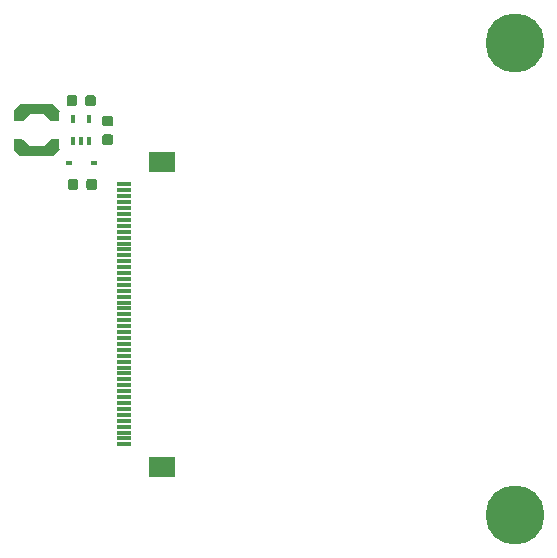
<source format=gtp>
G04 #@! TF.GenerationSoftware,KiCad,Pcbnew,(5.1.0)-1*
G04 #@! TF.CreationDate,2019-05-27T21:22:36+02:00*
G04 #@! TF.ProjectId,TFT-Interface,5446542d-496e-4746-9572-666163652e6b,rev?*
G04 #@! TF.SameCoordinates,Original*
G04 #@! TF.FileFunction,Paste,Top*
G04 #@! TF.FilePolarity,Positive*
%FSLAX46Y46*%
G04 Gerber Fmt 4.6, Leading zero omitted, Abs format (unit mm)*
G04 Created by KiCad (PCBNEW (5.1.0)-1) date 2019-05-27 21:22:36*
%MOMM*%
%LPD*%
G04 APERTURE LIST*
%ADD10C,0.100000*%
%ADD11C,0.875000*%
%ADD12R,2.790000X0.870000*%
%ADD13R,0.775000X0.890000*%
%ADD14C,0.500000*%
%ADD15R,0.400000X0.650000*%
%ADD16R,0.600000X0.450000*%
%ADD17R,1.300000X0.300000*%
%ADD18R,2.200000X1.800000*%
%ADD19C,5.000000*%
G04 APERTURE END LIST*
D10*
G36*
X187102691Y-81526053D02*
G01*
X187123926Y-81529203D01*
X187144750Y-81534419D01*
X187164962Y-81541651D01*
X187184368Y-81550830D01*
X187202781Y-81561866D01*
X187220024Y-81574654D01*
X187235930Y-81589070D01*
X187250346Y-81604976D01*
X187263134Y-81622219D01*
X187274170Y-81640632D01*
X187283349Y-81660038D01*
X187290581Y-81680250D01*
X187295797Y-81701074D01*
X187298947Y-81722309D01*
X187300000Y-81743750D01*
X187300000Y-82256250D01*
X187298947Y-82277691D01*
X187295797Y-82298926D01*
X187290581Y-82319750D01*
X187283349Y-82339962D01*
X187274170Y-82359368D01*
X187263134Y-82377781D01*
X187250346Y-82395024D01*
X187235930Y-82410930D01*
X187220024Y-82425346D01*
X187202781Y-82438134D01*
X187184368Y-82449170D01*
X187164962Y-82458349D01*
X187144750Y-82465581D01*
X187123926Y-82470797D01*
X187102691Y-82473947D01*
X187081250Y-82475000D01*
X186643750Y-82475000D01*
X186622309Y-82473947D01*
X186601074Y-82470797D01*
X186580250Y-82465581D01*
X186560038Y-82458349D01*
X186540632Y-82449170D01*
X186522219Y-82438134D01*
X186504976Y-82425346D01*
X186489070Y-82410930D01*
X186474654Y-82395024D01*
X186461866Y-82377781D01*
X186450830Y-82359368D01*
X186441651Y-82339962D01*
X186434419Y-82319750D01*
X186429203Y-82298926D01*
X186426053Y-82277691D01*
X186425000Y-82256250D01*
X186425000Y-81743750D01*
X186426053Y-81722309D01*
X186429203Y-81701074D01*
X186434419Y-81680250D01*
X186441651Y-81660038D01*
X186450830Y-81640632D01*
X186461866Y-81622219D01*
X186474654Y-81604976D01*
X186489070Y-81589070D01*
X186504976Y-81574654D01*
X186522219Y-81561866D01*
X186540632Y-81550830D01*
X186560038Y-81541651D01*
X186580250Y-81534419D01*
X186601074Y-81529203D01*
X186622309Y-81526053D01*
X186643750Y-81525000D01*
X187081250Y-81525000D01*
X187102691Y-81526053D01*
X187102691Y-81526053D01*
G37*
D11*
X186862500Y-82000000D03*
D10*
G36*
X188677691Y-81526053D02*
G01*
X188698926Y-81529203D01*
X188719750Y-81534419D01*
X188739962Y-81541651D01*
X188759368Y-81550830D01*
X188777781Y-81561866D01*
X188795024Y-81574654D01*
X188810930Y-81589070D01*
X188825346Y-81604976D01*
X188838134Y-81622219D01*
X188849170Y-81640632D01*
X188858349Y-81660038D01*
X188865581Y-81680250D01*
X188870797Y-81701074D01*
X188873947Y-81722309D01*
X188875000Y-81743750D01*
X188875000Y-82256250D01*
X188873947Y-82277691D01*
X188870797Y-82298926D01*
X188865581Y-82319750D01*
X188858349Y-82339962D01*
X188849170Y-82359368D01*
X188838134Y-82377781D01*
X188825346Y-82395024D01*
X188810930Y-82410930D01*
X188795024Y-82425346D01*
X188777781Y-82438134D01*
X188759368Y-82449170D01*
X188739962Y-82458349D01*
X188719750Y-82465581D01*
X188698926Y-82470797D01*
X188677691Y-82473947D01*
X188656250Y-82475000D01*
X188218750Y-82475000D01*
X188197309Y-82473947D01*
X188176074Y-82470797D01*
X188155250Y-82465581D01*
X188135038Y-82458349D01*
X188115632Y-82449170D01*
X188097219Y-82438134D01*
X188079976Y-82425346D01*
X188064070Y-82410930D01*
X188049654Y-82395024D01*
X188036866Y-82377781D01*
X188025830Y-82359368D01*
X188016651Y-82339962D01*
X188009419Y-82319750D01*
X188004203Y-82298926D01*
X188001053Y-82277691D01*
X188000000Y-82256250D01*
X188000000Y-81743750D01*
X188001053Y-81722309D01*
X188004203Y-81701074D01*
X188009419Y-81680250D01*
X188016651Y-81660038D01*
X188025830Y-81640632D01*
X188036866Y-81622219D01*
X188049654Y-81604976D01*
X188064070Y-81589070D01*
X188079976Y-81574654D01*
X188097219Y-81561866D01*
X188115632Y-81550830D01*
X188135038Y-81541651D01*
X188155250Y-81534419D01*
X188176074Y-81529203D01*
X188197309Y-81526053D01*
X188218750Y-81525000D01*
X188656250Y-81525000D01*
X188677691Y-81526053D01*
X188677691Y-81526053D01*
G37*
D11*
X188437500Y-82000000D03*
D12*
X183800000Y-79175000D03*
D13*
X182242500Y-78605000D03*
D14*
X182752500Y-78629000D03*
D10*
G36*
X182629733Y-78159885D02*
G01*
X183224474Y-78740268D01*
X182875267Y-79098115D01*
X182280526Y-78517732D01*
X182629733Y-78159885D01*
X182629733Y-78159885D01*
G37*
D14*
X182307000Y-79153500D03*
D10*
G36*
X182208804Y-78696895D02*
G01*
X182761821Y-79259650D01*
X182405196Y-79610105D01*
X181852179Y-79047350D01*
X182208804Y-78696895D01*
X182208804Y-78696895D01*
G37*
D14*
X185293000Y-79153500D03*
D10*
G36*
X184838179Y-79259650D02*
G01*
X185391196Y-78696895D01*
X185747821Y-79047350D01*
X185194804Y-79610105D01*
X184838179Y-79259650D01*
X184838179Y-79259650D01*
G37*
D13*
X185357500Y-78605000D03*
D14*
X184847500Y-78629000D03*
D10*
G36*
X184375526Y-78740268D02*
G01*
X184970267Y-78159885D01*
X185319474Y-78517732D01*
X184724733Y-79098115D01*
X184375526Y-78740268D01*
X184375526Y-78740268D01*
G37*
D12*
X183800000Y-75645000D03*
D13*
X182242500Y-76215000D03*
D14*
X182752500Y-76191000D03*
D10*
G36*
X182280526Y-76302268D02*
G01*
X182875267Y-75721885D01*
X183224474Y-76079732D01*
X182629733Y-76660115D01*
X182280526Y-76302268D01*
X182280526Y-76302268D01*
G37*
D14*
X182307000Y-75666500D03*
D10*
G36*
X181852179Y-75772650D02*
G01*
X182405196Y-75209895D01*
X182761821Y-75560350D01*
X182208804Y-76123105D01*
X181852179Y-75772650D01*
X181852179Y-75772650D01*
G37*
D13*
X185357500Y-76215000D03*
D14*
X184847500Y-76191000D03*
D10*
G36*
X184724733Y-75721885D02*
G01*
X185319474Y-76302268D01*
X184970267Y-76660115D01*
X184375526Y-76079732D01*
X184724733Y-75721885D01*
X184724733Y-75721885D01*
G37*
D14*
X185293000Y-75666500D03*
D10*
G36*
X185194804Y-75209895D02*
G01*
X185747821Y-75772650D01*
X185391196Y-76123105D01*
X184838179Y-75560350D01*
X185194804Y-75209895D01*
X185194804Y-75209895D01*
G37*
D15*
X186900000Y-78360000D03*
X188200000Y-78360000D03*
X187550000Y-78360000D03*
X188200000Y-76460000D03*
X186900000Y-76460000D03*
D16*
X188648000Y-80156000D03*
X186548000Y-80156000D03*
D10*
G36*
X187002691Y-74436053D02*
G01*
X187023926Y-74439203D01*
X187044750Y-74444419D01*
X187064962Y-74451651D01*
X187084368Y-74460830D01*
X187102781Y-74471866D01*
X187120024Y-74484654D01*
X187135930Y-74499070D01*
X187150346Y-74514976D01*
X187163134Y-74532219D01*
X187174170Y-74550632D01*
X187183349Y-74570038D01*
X187190581Y-74590250D01*
X187195797Y-74611074D01*
X187198947Y-74632309D01*
X187200000Y-74653750D01*
X187200000Y-75166250D01*
X187198947Y-75187691D01*
X187195797Y-75208926D01*
X187190581Y-75229750D01*
X187183349Y-75249962D01*
X187174170Y-75269368D01*
X187163134Y-75287781D01*
X187150346Y-75305024D01*
X187135930Y-75320930D01*
X187120024Y-75335346D01*
X187102781Y-75348134D01*
X187084368Y-75359170D01*
X187064962Y-75368349D01*
X187044750Y-75375581D01*
X187023926Y-75380797D01*
X187002691Y-75383947D01*
X186981250Y-75385000D01*
X186543750Y-75385000D01*
X186522309Y-75383947D01*
X186501074Y-75380797D01*
X186480250Y-75375581D01*
X186460038Y-75368349D01*
X186440632Y-75359170D01*
X186422219Y-75348134D01*
X186404976Y-75335346D01*
X186389070Y-75320930D01*
X186374654Y-75305024D01*
X186361866Y-75287781D01*
X186350830Y-75269368D01*
X186341651Y-75249962D01*
X186334419Y-75229750D01*
X186329203Y-75208926D01*
X186326053Y-75187691D01*
X186325000Y-75166250D01*
X186325000Y-74653750D01*
X186326053Y-74632309D01*
X186329203Y-74611074D01*
X186334419Y-74590250D01*
X186341651Y-74570038D01*
X186350830Y-74550632D01*
X186361866Y-74532219D01*
X186374654Y-74514976D01*
X186389070Y-74499070D01*
X186404976Y-74484654D01*
X186422219Y-74471866D01*
X186440632Y-74460830D01*
X186460038Y-74451651D01*
X186480250Y-74444419D01*
X186501074Y-74439203D01*
X186522309Y-74436053D01*
X186543750Y-74435000D01*
X186981250Y-74435000D01*
X187002691Y-74436053D01*
X187002691Y-74436053D01*
G37*
D11*
X186762500Y-74910000D03*
D10*
G36*
X188577691Y-74436053D02*
G01*
X188598926Y-74439203D01*
X188619750Y-74444419D01*
X188639962Y-74451651D01*
X188659368Y-74460830D01*
X188677781Y-74471866D01*
X188695024Y-74484654D01*
X188710930Y-74499070D01*
X188725346Y-74514976D01*
X188738134Y-74532219D01*
X188749170Y-74550632D01*
X188758349Y-74570038D01*
X188765581Y-74590250D01*
X188770797Y-74611074D01*
X188773947Y-74632309D01*
X188775000Y-74653750D01*
X188775000Y-75166250D01*
X188773947Y-75187691D01*
X188770797Y-75208926D01*
X188765581Y-75229750D01*
X188758349Y-75249962D01*
X188749170Y-75269368D01*
X188738134Y-75287781D01*
X188725346Y-75305024D01*
X188710930Y-75320930D01*
X188695024Y-75335346D01*
X188677781Y-75348134D01*
X188659368Y-75359170D01*
X188639962Y-75368349D01*
X188619750Y-75375581D01*
X188598926Y-75380797D01*
X188577691Y-75383947D01*
X188556250Y-75385000D01*
X188118750Y-75385000D01*
X188097309Y-75383947D01*
X188076074Y-75380797D01*
X188055250Y-75375581D01*
X188035038Y-75368349D01*
X188015632Y-75359170D01*
X187997219Y-75348134D01*
X187979976Y-75335346D01*
X187964070Y-75320930D01*
X187949654Y-75305024D01*
X187936866Y-75287781D01*
X187925830Y-75269368D01*
X187916651Y-75249962D01*
X187909419Y-75229750D01*
X187904203Y-75208926D01*
X187901053Y-75187691D01*
X187900000Y-75166250D01*
X187900000Y-74653750D01*
X187901053Y-74632309D01*
X187904203Y-74611074D01*
X187909419Y-74590250D01*
X187916651Y-74570038D01*
X187925830Y-74550632D01*
X187936866Y-74532219D01*
X187949654Y-74514976D01*
X187964070Y-74499070D01*
X187979976Y-74484654D01*
X187997219Y-74471866D01*
X188015632Y-74460830D01*
X188035038Y-74451651D01*
X188055250Y-74444419D01*
X188076074Y-74439203D01*
X188097309Y-74436053D01*
X188118750Y-74435000D01*
X188556250Y-74435000D01*
X188577691Y-74436053D01*
X188577691Y-74436053D01*
G37*
D11*
X188337500Y-74910000D03*
D17*
X191150000Y-82000000D03*
X191150000Y-82500000D03*
X191150000Y-83000000D03*
X191150000Y-83500000D03*
X191150000Y-84000000D03*
X191150000Y-84500000D03*
X191150000Y-85000000D03*
X191150000Y-85500000D03*
X191150000Y-86000000D03*
X191150000Y-86500000D03*
X191150000Y-87000000D03*
X191150000Y-87500000D03*
X191150000Y-88000000D03*
X191150000Y-88500000D03*
X191150000Y-89000000D03*
X191150000Y-89500000D03*
X191150000Y-90000000D03*
X191150000Y-90500000D03*
X191150000Y-91000000D03*
X191150000Y-91500000D03*
X191150000Y-92000000D03*
X191150000Y-92500000D03*
X191150000Y-93000000D03*
X191150000Y-93500000D03*
X191150000Y-94000000D03*
X191150000Y-94500000D03*
X191150000Y-95000000D03*
X191150000Y-95500000D03*
X191150000Y-96000000D03*
X191150000Y-96500000D03*
X191150000Y-97000000D03*
X191150000Y-97500000D03*
X191150000Y-98000000D03*
X191150000Y-98500000D03*
X191150000Y-99000000D03*
X191150000Y-99500000D03*
X191150000Y-100000000D03*
X191150000Y-100500000D03*
X191150000Y-101000000D03*
X191150000Y-101500000D03*
X191150000Y-102000000D03*
X191150000Y-102500000D03*
X191150000Y-103000000D03*
X191150000Y-103500000D03*
X191150000Y-104000000D03*
D18*
X194400000Y-105900000D03*
X194400000Y-80100000D03*
D10*
G36*
X190077691Y-77761053D02*
G01*
X190098926Y-77764203D01*
X190119750Y-77769419D01*
X190139962Y-77776651D01*
X190159368Y-77785830D01*
X190177781Y-77796866D01*
X190195024Y-77809654D01*
X190210930Y-77824070D01*
X190225346Y-77839976D01*
X190238134Y-77857219D01*
X190249170Y-77875632D01*
X190258349Y-77895038D01*
X190265581Y-77915250D01*
X190270797Y-77936074D01*
X190273947Y-77957309D01*
X190275000Y-77978750D01*
X190275000Y-78416250D01*
X190273947Y-78437691D01*
X190270797Y-78458926D01*
X190265581Y-78479750D01*
X190258349Y-78499962D01*
X190249170Y-78519368D01*
X190238134Y-78537781D01*
X190225346Y-78555024D01*
X190210930Y-78570930D01*
X190195024Y-78585346D01*
X190177781Y-78598134D01*
X190159368Y-78609170D01*
X190139962Y-78618349D01*
X190119750Y-78625581D01*
X190098926Y-78630797D01*
X190077691Y-78633947D01*
X190056250Y-78635000D01*
X189543750Y-78635000D01*
X189522309Y-78633947D01*
X189501074Y-78630797D01*
X189480250Y-78625581D01*
X189460038Y-78618349D01*
X189440632Y-78609170D01*
X189422219Y-78598134D01*
X189404976Y-78585346D01*
X189389070Y-78570930D01*
X189374654Y-78555024D01*
X189361866Y-78537781D01*
X189350830Y-78519368D01*
X189341651Y-78499962D01*
X189334419Y-78479750D01*
X189329203Y-78458926D01*
X189326053Y-78437691D01*
X189325000Y-78416250D01*
X189325000Y-77978750D01*
X189326053Y-77957309D01*
X189329203Y-77936074D01*
X189334419Y-77915250D01*
X189341651Y-77895038D01*
X189350830Y-77875632D01*
X189361866Y-77857219D01*
X189374654Y-77839976D01*
X189389070Y-77824070D01*
X189404976Y-77809654D01*
X189422219Y-77796866D01*
X189440632Y-77785830D01*
X189460038Y-77776651D01*
X189480250Y-77769419D01*
X189501074Y-77764203D01*
X189522309Y-77761053D01*
X189543750Y-77760000D01*
X190056250Y-77760000D01*
X190077691Y-77761053D01*
X190077691Y-77761053D01*
G37*
D11*
X189800000Y-78197500D03*
D10*
G36*
X190077691Y-76186053D02*
G01*
X190098926Y-76189203D01*
X190119750Y-76194419D01*
X190139962Y-76201651D01*
X190159368Y-76210830D01*
X190177781Y-76221866D01*
X190195024Y-76234654D01*
X190210930Y-76249070D01*
X190225346Y-76264976D01*
X190238134Y-76282219D01*
X190249170Y-76300632D01*
X190258349Y-76320038D01*
X190265581Y-76340250D01*
X190270797Y-76361074D01*
X190273947Y-76382309D01*
X190275000Y-76403750D01*
X190275000Y-76841250D01*
X190273947Y-76862691D01*
X190270797Y-76883926D01*
X190265581Y-76904750D01*
X190258349Y-76924962D01*
X190249170Y-76944368D01*
X190238134Y-76962781D01*
X190225346Y-76980024D01*
X190210930Y-76995930D01*
X190195024Y-77010346D01*
X190177781Y-77023134D01*
X190159368Y-77034170D01*
X190139962Y-77043349D01*
X190119750Y-77050581D01*
X190098926Y-77055797D01*
X190077691Y-77058947D01*
X190056250Y-77060000D01*
X189543750Y-77060000D01*
X189522309Y-77058947D01*
X189501074Y-77055797D01*
X189480250Y-77050581D01*
X189460038Y-77043349D01*
X189440632Y-77034170D01*
X189422219Y-77023134D01*
X189404976Y-77010346D01*
X189389070Y-76995930D01*
X189374654Y-76980024D01*
X189361866Y-76962781D01*
X189350830Y-76944368D01*
X189341651Y-76924962D01*
X189334419Y-76904750D01*
X189329203Y-76883926D01*
X189326053Y-76862691D01*
X189325000Y-76841250D01*
X189325000Y-76403750D01*
X189326053Y-76382309D01*
X189329203Y-76361074D01*
X189334419Y-76340250D01*
X189341651Y-76320038D01*
X189350830Y-76300632D01*
X189361866Y-76282219D01*
X189374654Y-76264976D01*
X189389070Y-76249070D01*
X189404976Y-76234654D01*
X189422219Y-76221866D01*
X189440632Y-76210830D01*
X189460038Y-76201651D01*
X189480250Y-76194419D01*
X189501074Y-76189203D01*
X189522309Y-76186053D01*
X189543750Y-76185000D01*
X190056250Y-76185000D01*
X190077691Y-76186053D01*
X190077691Y-76186053D01*
G37*
D11*
X189800000Y-76622500D03*
D19*
X224250000Y-110000000D03*
X224250000Y-70000000D03*
M02*

</source>
